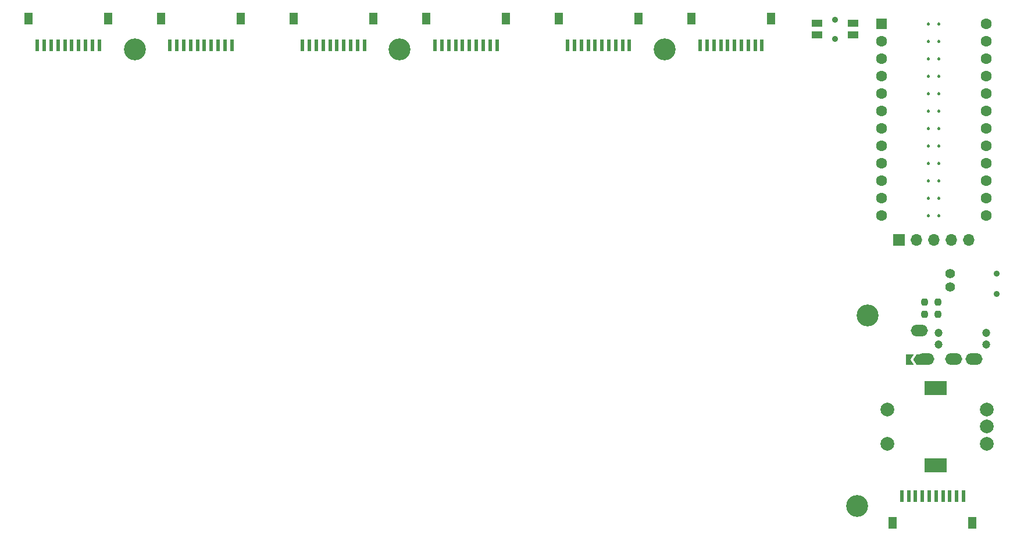
<source format=gbs>
G04 #@! TF.GenerationSoftware,KiCad,Pcbnew,8.0.1-8.0.1-1~ubuntu22.04.1*
G04 #@! TF.CreationDate,2024-05-02T22:11:55-07:00*
G04 #@! TF.ProjectId,Seismos_5CoreLShift,53656973-6d6f-4735-9f35-436f72654c53,rev?*
G04 #@! TF.SameCoordinates,Original*
G04 #@! TF.FileFunction,Soldermask,Bot*
G04 #@! TF.FilePolarity,Negative*
%FSLAX46Y46*%
G04 Gerber Fmt 4.6, Leading zero omitted, Abs format (unit mm)*
G04 Created by KiCad (PCBNEW 8.0.1-8.0.1-1~ubuntu22.04.1) date 2024-05-02 22:11:55*
%MOMM*%
%LPD*%
G01*
G04 APERTURE LIST*
G04 Aperture macros list*
%AMRoundRect*
0 Rectangle with rounded corners*
0 $1 Rounding radius*
0 $2 $3 $4 $5 $6 $7 $8 $9 X,Y pos of 4 corners*
0 Add a 4 corners polygon primitive as box body*
4,1,4,$2,$3,$4,$5,$6,$7,$8,$9,$2,$3,0*
0 Add four circle primitives for the rounded corners*
1,1,$1+$1,$2,$3*
1,1,$1+$1,$4,$5*
1,1,$1+$1,$6,$7*
1,1,$1+$1,$8,$9*
0 Add four rect primitives between the rounded corners*
20,1,$1+$1,$2,$3,$4,$5,0*
20,1,$1+$1,$4,$5,$6,$7,0*
20,1,$1+$1,$6,$7,$8,$9,0*
20,1,$1+$1,$8,$9,$2,$3,0*%
%AMFreePoly0*
4,1,6,1.000000,0.000000,0.500000,-0.750000,-0.500000,-0.750000,-0.500000,0.750000,0.500000,0.750000,1.000000,0.000000,1.000000,0.000000,$1*%
%AMFreePoly1*
4,1,6,0.500000,-0.750000,-0.650000,-0.750000,-0.150000,0.000000,-0.650000,0.750000,0.500000,0.750000,0.500000,-0.750000,0.500000,-0.750000,$1*%
G04 Aperture macros list end*
%ADD10C,0.250000*%
%ADD11C,2.000000*%
%ADD12R,3.200000X2.000000*%
%ADD13C,1.200000*%
%ADD14O,2.500000X1.700000*%
%ADD15C,3.200000*%
%ADD16R,1.700000X1.700000*%
%ADD17O,1.700000X1.700000*%
%ADD18C,0.900000*%
%ADD19C,1.400000*%
%ADD20C,1.600000*%
%ADD21R,1.600000X1.600000*%
%ADD22FreePoly0,180.000000*%
%ADD23FreePoly1,180.000000*%
%ADD24R,0.600000X1.700000*%
%ADD25R,1.200000X1.800000*%
%ADD26RoundRect,0.237500X-0.237500X0.250000X-0.237500X-0.250000X0.237500X-0.250000X0.237500X0.250000X0*%
%ADD27R,1.550000X1.000000*%
G04 APERTURE END LIST*
D10*
X164999000Y-22286000D02*
G75*
G02*
X164749000Y-22286000I-125000J0D01*
G01*
X164749000Y-22286000D02*
G75*
G02*
X164999000Y-22286000I125000J0D01*
G01*
X164999000Y-24826000D02*
G75*
G02*
X164749000Y-24826000I-125000J0D01*
G01*
X164749000Y-24826000D02*
G75*
G02*
X164999000Y-24826000I125000J0D01*
G01*
X164999000Y-27366000D02*
G75*
G02*
X164749000Y-27366000I-125000J0D01*
G01*
X164749000Y-27366000D02*
G75*
G02*
X164999000Y-27366000I125000J0D01*
G01*
X164999000Y-29906000D02*
G75*
G02*
X164749000Y-29906000I-125000J0D01*
G01*
X164749000Y-29906000D02*
G75*
G02*
X164999000Y-29906000I125000J0D01*
G01*
X164999000Y-32446000D02*
G75*
G02*
X164749000Y-32446000I-125000J0D01*
G01*
X164749000Y-32446000D02*
G75*
G02*
X164999000Y-32446000I125000J0D01*
G01*
X164999000Y-34986000D02*
G75*
G02*
X164749000Y-34986000I-125000J0D01*
G01*
X164749000Y-34986000D02*
G75*
G02*
X164999000Y-34986000I125000J0D01*
G01*
X164999000Y-37526000D02*
G75*
G02*
X164749000Y-37526000I-125000J0D01*
G01*
X164749000Y-37526000D02*
G75*
G02*
X164999000Y-37526000I125000J0D01*
G01*
X164999000Y-40066000D02*
G75*
G02*
X164749000Y-40066000I-125000J0D01*
G01*
X164749000Y-40066000D02*
G75*
G02*
X164999000Y-40066000I125000J0D01*
G01*
X164999000Y-42606000D02*
G75*
G02*
X164749000Y-42606000I-125000J0D01*
G01*
X164749000Y-42606000D02*
G75*
G02*
X164999000Y-42606000I125000J0D01*
G01*
X164999000Y-45146000D02*
G75*
G02*
X164749000Y-45146000I-125000J0D01*
G01*
X164749000Y-45146000D02*
G75*
G02*
X164999000Y-45146000I125000J0D01*
G01*
X164999000Y-47686000D02*
G75*
G02*
X164749000Y-47686000I-125000J0D01*
G01*
X164749000Y-47686000D02*
G75*
G02*
X164999000Y-47686000I125000J0D01*
G01*
X164999000Y-50226000D02*
G75*
G02*
X164749000Y-50226000I-125000J0D01*
G01*
X164749000Y-50226000D02*
G75*
G02*
X164999000Y-50226000I125000J0D01*
G01*
X166523000Y-22286000D02*
G75*
G02*
X166273000Y-22286000I-125000J0D01*
G01*
X166273000Y-22286000D02*
G75*
G02*
X166523000Y-22286000I125000J0D01*
G01*
X166523000Y-24826000D02*
G75*
G02*
X166273000Y-24826000I-125000J0D01*
G01*
X166273000Y-24826000D02*
G75*
G02*
X166523000Y-24826000I125000J0D01*
G01*
X166523000Y-27366000D02*
G75*
G02*
X166273000Y-27366000I-125000J0D01*
G01*
X166273000Y-27366000D02*
G75*
G02*
X166523000Y-27366000I125000J0D01*
G01*
X166523000Y-29906000D02*
G75*
G02*
X166273000Y-29906000I-125000J0D01*
G01*
X166273000Y-29906000D02*
G75*
G02*
X166523000Y-29906000I125000J0D01*
G01*
X166523000Y-32446000D02*
G75*
G02*
X166273000Y-32446000I-125000J0D01*
G01*
X166273000Y-32446000D02*
G75*
G02*
X166523000Y-32446000I125000J0D01*
G01*
X166523000Y-34986000D02*
G75*
G02*
X166273000Y-34986000I-125000J0D01*
G01*
X166273000Y-34986000D02*
G75*
G02*
X166523000Y-34986000I125000J0D01*
G01*
X166523000Y-37526000D02*
G75*
G02*
X166273000Y-37526000I-125000J0D01*
G01*
X166273000Y-37526000D02*
G75*
G02*
X166523000Y-37526000I125000J0D01*
G01*
X166523000Y-40066000D02*
G75*
G02*
X166273000Y-40066000I-125000J0D01*
G01*
X166273000Y-40066000D02*
G75*
G02*
X166523000Y-40066000I125000J0D01*
G01*
X166523000Y-42606000D02*
G75*
G02*
X166273000Y-42606000I-125000J0D01*
G01*
X166273000Y-42606000D02*
G75*
G02*
X166523000Y-42606000I125000J0D01*
G01*
X166523000Y-45146000D02*
G75*
G02*
X166273000Y-45146000I-125000J0D01*
G01*
X166273000Y-45146000D02*
G75*
G02*
X166523000Y-45146000I125000J0D01*
G01*
X166523000Y-47686000D02*
G75*
G02*
X166273000Y-47686000I-125000J0D01*
G01*
X166273000Y-47686000D02*
G75*
G02*
X166523000Y-47686000I125000J0D01*
G01*
X166523000Y-50226000D02*
G75*
G02*
X166273000Y-50226000I-125000J0D01*
G01*
X166273000Y-50226000D02*
G75*
G02*
X166523000Y-50226000I125000J0D01*
G01*
D11*
X173390000Y-83460000D03*
X173390000Y-78460000D03*
X173390000Y-80960000D03*
D12*
X165890000Y-86560000D03*
X165890000Y-75360000D03*
D11*
X158890000Y-78460000D03*
X158890000Y-83460000D03*
D13*
X173330000Y-67275000D03*
X166330000Y-67275000D03*
X173330000Y-69025000D03*
X166330000Y-69025000D03*
D14*
X164530000Y-71125000D03*
X168530000Y-71125000D03*
X171530000Y-71125000D03*
X163530000Y-66925000D03*
D15*
X156000000Y-64750000D03*
X87900000Y-26000000D03*
D16*
X160556000Y-53766000D03*
D17*
X163096000Y-53766000D03*
X165636000Y-53766000D03*
X168176000Y-53766000D03*
X170716000Y-53766000D03*
D18*
X174800000Y-61632000D03*
X174800000Y-58632000D03*
D15*
X49300000Y-26000000D03*
D19*
X168050500Y-58632000D03*
X168050500Y-60632000D03*
D15*
X126500000Y-26000000D03*
D20*
X173256000Y-22286000D03*
X158016000Y-22286000D03*
D21*
X158016000Y-22286000D03*
D20*
X173256000Y-24826000D03*
X158016000Y-24826000D03*
X173256000Y-27366000D03*
X158016000Y-27366000D03*
X173256000Y-29906000D03*
X158016000Y-29906000D03*
X173256000Y-32446000D03*
X158016000Y-32446000D03*
X173256000Y-34986000D03*
X158016000Y-34986000D03*
X173256000Y-37526000D03*
X158016000Y-37526000D03*
X173256000Y-40066000D03*
X158016000Y-40066000D03*
X173256000Y-42606000D03*
X158016000Y-42606000D03*
X173256000Y-45146000D03*
X158016000Y-45146000D03*
X173256000Y-47686000D03*
X158016000Y-47686000D03*
X173256000Y-50226000D03*
X158016000Y-50226000D03*
D15*
X154500000Y-92500000D03*
D22*
X163600000Y-71200000D03*
D23*
X162150000Y-71200000D03*
D24*
X35150000Y-25386000D03*
X36150000Y-25386000D03*
X37150000Y-25385000D03*
X38150000Y-25385000D03*
X39150000Y-25385000D03*
X40150000Y-25385000D03*
X41150000Y-25385000D03*
X42150000Y-25385000D03*
X43150000Y-25385000D03*
X44150000Y-25385000D03*
D25*
X33850000Y-21510000D03*
X45450000Y-21510000D03*
D26*
X166300000Y-62787500D03*
X166300000Y-64612500D03*
D24*
X54450000Y-25386000D03*
X55450000Y-25386000D03*
X56450000Y-25385000D03*
X57450000Y-25385000D03*
X58450000Y-25385000D03*
X59450000Y-25385000D03*
X60450000Y-25385000D03*
X61450000Y-25385000D03*
X62450000Y-25385000D03*
X63450000Y-25385000D03*
D25*
X53150000Y-21510000D03*
X64750000Y-21510000D03*
D18*
X151287500Y-24449500D03*
X151287500Y-21649500D03*
D27*
X153887500Y-23899500D03*
X153887500Y-22199500D03*
X148687500Y-23899500D03*
X148687500Y-22199500D03*
D24*
X131650000Y-25386000D03*
X132650000Y-25386000D03*
X133650000Y-25385000D03*
X134650000Y-25385000D03*
X135650000Y-25385000D03*
X136650000Y-25385000D03*
X137650000Y-25385000D03*
X138650000Y-25385000D03*
X139650000Y-25385000D03*
X140650000Y-25385000D03*
D25*
X130350000Y-21510000D03*
X141950000Y-21510000D03*
D24*
X170000000Y-91114000D03*
X169000000Y-91114000D03*
X168000000Y-91115000D03*
X167000000Y-91115000D03*
X166000000Y-91115000D03*
X165000000Y-91115000D03*
X164000000Y-91115000D03*
X163000000Y-91115000D03*
X162000000Y-91115000D03*
X161000000Y-91115000D03*
D25*
X171300000Y-94990000D03*
X159700000Y-94990000D03*
D24*
X93050000Y-25386000D03*
X94050000Y-25386000D03*
X95050000Y-25385000D03*
X96050000Y-25385000D03*
X97050000Y-25385000D03*
X98050000Y-25385000D03*
X99050000Y-25385000D03*
X100050000Y-25385000D03*
X101050000Y-25385000D03*
X102050000Y-25385000D03*
D25*
X91750000Y-21510000D03*
X103350000Y-21510000D03*
D24*
X73750000Y-25386000D03*
X74750000Y-25386000D03*
X75750000Y-25385000D03*
X76750000Y-25385000D03*
X77750000Y-25385000D03*
X78750000Y-25385000D03*
X79750000Y-25385000D03*
X80750000Y-25385000D03*
X81750000Y-25385000D03*
X82750000Y-25385000D03*
D25*
X72450000Y-21510000D03*
X84050000Y-21510000D03*
D26*
X164300000Y-62787500D03*
X164300000Y-64612500D03*
D24*
X112350000Y-25386000D03*
X113350000Y-25386000D03*
X114350000Y-25385000D03*
X115350000Y-25385000D03*
X116350000Y-25385000D03*
X117350000Y-25385000D03*
X118350000Y-25385000D03*
X119350000Y-25385000D03*
X120350000Y-25385000D03*
X121350000Y-25385000D03*
D25*
X111050000Y-21510000D03*
X122650000Y-21510000D03*
M02*

</source>
